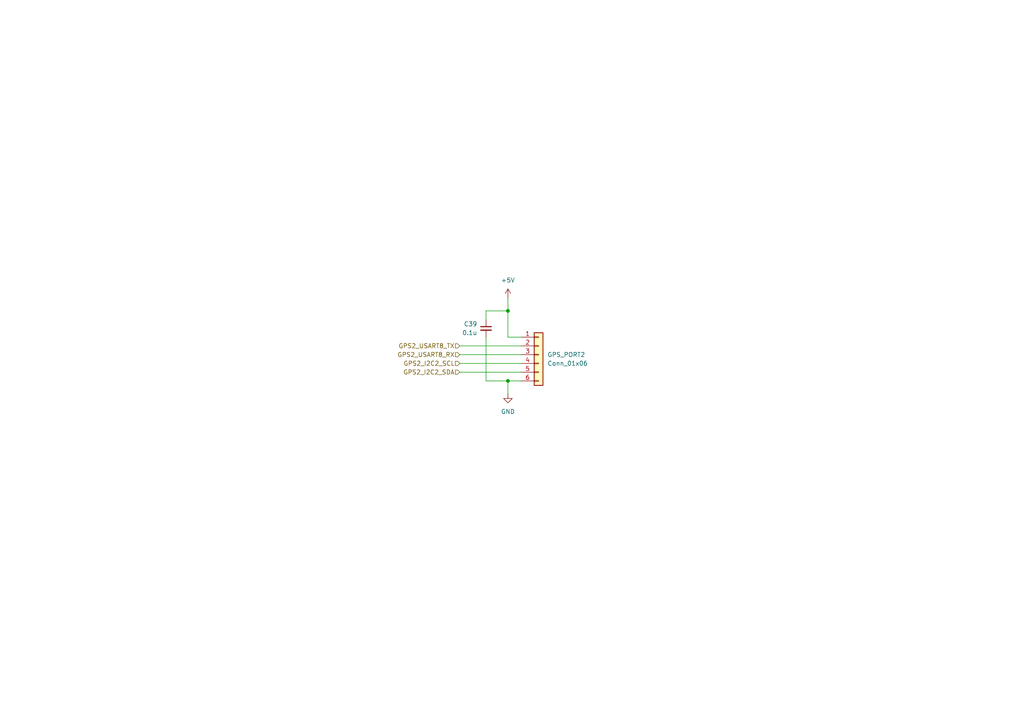
<source format=kicad_sch>
(kicad_sch (version 20231120) (generator "eeschema") (generator_version "8.0")
  (paper "A4")
  (lib_symbols
    (symbol "Connector_Generic:Conn_01x06" (pin_names (offset 1.016) hide)
      (property "Reference" "J" (at 0 7.62 0))
      (property "Value" "Conn_01x06" (at 0 -10.16 0))
      (symbol "Conn_01x06_1_1"
        (rectangle (start -1.27 -7.493) (end 0 -7.747) (stroke (width 0.1524)))
        (rectangle (start -1.27 -4.953) (end 0 -5.207) (stroke (width 0.1524)))
        (rectangle (start -1.27 -2.413) (end 0 -2.667) (stroke (width 0.1524)))
        (rectangle (start -1.27 0.127) (end 0 -0.127) (stroke (width 0.1524)))
        (rectangle (start -1.27 2.667) (end 0 2.413) (stroke (width 0.1524)))
        (rectangle (start -1.27 5.207) (end 0 4.953) (stroke (width 0.1524)))
        (rectangle (start -1.27 6.35) (end 1.27 -8.89) (stroke (width 0.254)) (fill (type background)))
        (pin passive line (at -5.08 5.08 0) (length 3.81) (name "Pin_1") (number "1"))
        (pin passive line (at -5.08 2.54 0) (length 3.81) (name "Pin_2") (number "2"))
        (pin passive line (at -5.08 0 0) (length 3.81) (name "Pin_3") (number "3"))
        (pin passive line (at -5.08 -2.54 0) (length 3.81) (name "Pin_4") (number "4"))
        (pin passive line (at -5.08 -5.08 0) (length 3.81) (name "Pin_5") (number "5"))
        (pin passive line (at -5.08 -7.62 0) (length 3.81) (name "Pin_6") (number "6"))
      )
    )
    (symbol "Device:C_Small" (pin_numbers hide) (pin_names (offset 0.254) hide)
      (property "Reference" "C" (at 0.254 1.778 0))
      (property "Value" "C_Small" (at 0.254 -2.032 0))
      (symbol "C_Small_0_1"
        (polyline (pts (xy -1.524 -0.508) (xy 1.524 -0.508)) (stroke (width 0.3302)))
        (polyline (pts (xy -1.524 0.508) (xy 1.524 0.508)) (stroke (width 0.3048)))
      )
      (symbol "C_Small_1_1"
        (pin passive line (at 0 2.54 270) (length 2.032) (name "~") (number "1"))
        (pin passive line (at 0 -2.54 90) (length 2.032) (name "~") (number "2"))
      )
    )
    (symbol "power:+5V" (power) (pin_numbers hide) (pin_names (offset 0) hide)
      (property "Value" "+5V" (at 0 3.556 0))
      (symbol "+5V_0_1"
        (polyline (pts (xy -0.762 1.27) (xy 0 2.54)))
        (polyline (pts (xy 0 0) (xy 0 2.54)))
        (polyline (pts (xy 0 2.54) (xy 0.762 1.27)))
      )
      (symbol "+5V_1_1"
        (pin power_in line (at 0 0 90) (length 0) (name "~") (number "1"))
      )
    )
    (symbol "power:GND" (power) (pin_numbers hide) (pin_names (offset 0) hide)
      (property "Value" "GND" (at 0 -3.81 0))
      (symbol "GND_0_1"
        (polyline (pts (xy 0 0) (xy 0 -1.27) (xy 1.27 -1.27) (xy 0 -2.54) (xy -1.27 -1.27) (xy 0 -1.27)))
      )
      (symbol "GND_1_1"
        (pin power_in line (at 0 0 270) (length 0) (name "~") (number "1"))
      )
    )
  )
  (junction (at 147.32 110.49))
  (junction (at 147.32 90.17))
  (wire (pts (xy 140.97 92.71) (xy 140.97 90.17)))
  (wire (pts (xy 140.97 90.17) (xy 147.32 90.17)))
  (wire (pts (xy 140.97 97.79) (xy 140.97 110.49)))
  (wire (pts (xy 147.32 90.17) (xy 147.32 97.79)))
  (wire (pts (xy 140.97 110.49) (xy 147.32 110.49)))
  (wire (pts (xy 147.32 86.36) (xy 147.32 90.17)))
  (wire (pts (xy 133.35 102.87) (xy 151.13 102.87)))
  (wire (pts (xy 133.35 100.33) (xy 151.13 100.33)))
  (wire (pts (xy 133.35 107.95) (xy 151.13 107.95)))
  (wire (pts (xy 147.32 110.49) (xy 151.13 110.49)))
  (wire (pts (xy 147.32 97.79) (xy 151.13 97.79)))
  (wire (pts (xy 147.32 114.3) (xy 147.32 110.49)))
  (wire (pts (xy 133.35 105.41) (xy 151.13 105.41)))
  (hierarchical_label "GPS2_USART8_TX" (shape input) (at 133.35 100.33 180))
  (hierarchical_label "GPS2_I2C2_SCL" (shape input) (at 133.35 105.41 180))
  (hierarchical_label "GPS2_USART8_RX" (shape input) (at 133.35 102.87 180))
  (hierarchical_label "GPS2_I2C2_SDA" (shape input) (at 133.35 107.95 180))
  (symbol (lib_id "Device:C_Small") (at 140.97 95.25 0) (unit 1)
    (property "Reference" "C39" (at 138.43 93.9862 0) (effects (justify right)))
    (property "Value" "0.1u" (at 138.43 96.5262 0) (effects (justify right)))
    (property "Footprint" "Capacitor_SMD:C_0402_1005Metric_Pad0.74x0.62mm_HandSolder" (effects (hide yes)))
    (property "Description" "Unpolarized capacitor, small symbol" (effects (hide yes)))
  )
  (symbol (lib_id "Connector_Generic:Conn_01x06") (at 156.21 102.87 0) (unit 1)
    (property "Reference" "GPS_PORT2" (at 158.75 102.8699 0) (effects (justify left)))
    (property "Value" "Conn_01x06" (at 158.75 105.4099 0) (effects (justify left)))
    (property "Footprint" "Connector_JST:JST_GH_BM06B-GHS-TBT_1x06-1MP_P1.25mm_Vertical" (effects (hide yes)))
    (property "Description" "Generic connector, single row, 01x06, script generated (kicad-library-utils/schlib/autogen/connector/)" (effects (hide yes)))
  )
  (symbol (lib_id "power:GND") (at 147.32 114.3 0) (unit 1)
    (property "Reference" "#PWR080" (effects (hide yes)))
    (property "Value" "GND" (at 147.32 119.38 0))
    (property "Description" "Power symbol creates a global label with name \"GND\" , ground" (effects (hide yes)))
  )
  (symbol (lib_id "power:+5V") (at 147.32 86.36 0) (unit 1)
    (property "Reference" "#PWR079" (effects (hide yes)))
    (property "Value" "+5V" (at 147.32 81.28 0))
    (property "Description" "Power symbol creates a global label with name \"+5V\"" (effects (hide yes)))
  )
)
</source>
